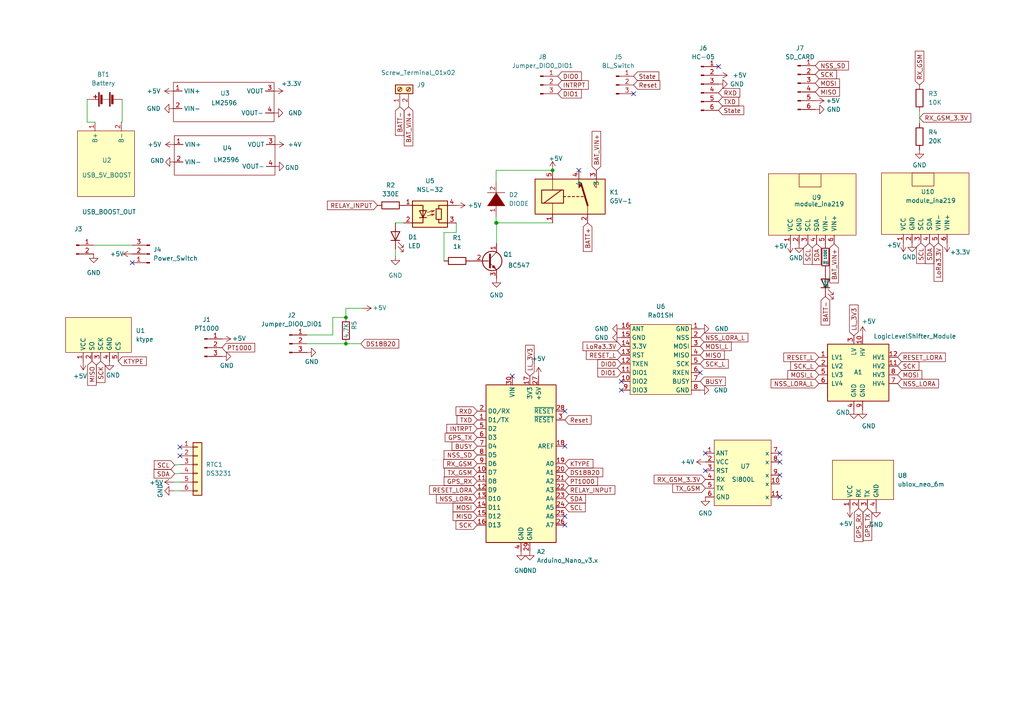
<source format=kicad_sch>
(kicad_sch (version 20211123) (generator eeschema)
  (paper "A4")
  (lib_symbols
    (symbol "5V_USB_BOOST:USB_5V_BOOST"
      (property "Reference" "U" (at -17.78 11.43 0))
      (property "Value" "USB_5V_BOOST" (at -11.43 13.97 0))
      (symbol "USB_5V_BOOST_0_1"
        (rectangle (start 0 0) (end 19.05 16.51) (fill (type background)))
      )
      (symbol "USB_5V_BOOST_1_1"
        (pin input line (at 21.59 11.43 180) (length 2.54) (name "B+") (number "1"))
        (pin input line (at 21.59 3.81 180) (length 2.54) (name "B-") (number "2"))
      )
    )
    (symbol "Charleslabs_Parts:LogicLevelShifter_Module" (pin_names (offset 1.016))
      (property "Reference" "A" (at -7.62 8.89 0))
      (property "Value" "LogicLevelShifter_Module" (at 15.24 8.89 0))
      (symbol "LogicLevelShifter_Module_0_1"
        (rectangle (start -8.89 7.62) (end 8.89 -8.89) (stroke (width 0.254)) (fill (type background)))
      )
      (symbol "LogicLevelShifter_Module_1_1"
        (pin bidirectional line (at -11.43 3.81 0) (length 2.54) (name "LV1") (number "1"))
        (pin power_in line (at 1.27 10.16 270) (length 2.54) (name "HV") (number "10"))
        (pin bidirectional line (at 11.43 1.27 180) (length 2.54) (name "HV2") (number "11"))
        (pin bidirectional line (at 11.43 3.81 180) (length 2.54) (name "HV1") (number "12"))
        (pin bidirectional line (at -11.43 1.27 0) (length 2.54) (name "LV2") (number "2"))
        (pin power_in line (at -1.27 10.16 270) (length 2.54) (name "LV") (number "3"))
        (pin power_in line (at -1.27 -11.43 90) (length 2.54) (name "GND") (number "4"))
        (pin bidirectional line (at -11.43 -1.27 0) (length 2.54) (name "LV3") (number "5"))
        (pin bidirectional line (at -11.43 -3.81 0) (length 2.54) (name "LV4") (number "6"))
        (pin bidirectional line (at 11.43 -3.81 180) (length 2.54) (name "HV4") (number "7"))
        (pin bidirectional line (at 11.43 -1.27 180) (length 2.54) (name "HV3") (number "8"))
        (pin power_in line (at 1.27 -11.43 90) (length 2.54) (name "GND") (number "9"))
      )
    )
    (symbol "Connector:Conn_01x02_Male" (pin_names (offset 1.016) hide)
      (property "Reference" "J" (at 0 2.54 0))
      (property "Value" "Conn_01x02_Male" (at 0 -5.08 0))
      (symbol "Conn_01x02_Male_1_1"
        (polyline (pts (xy 1.27 -2.54) (xy 0.8636 -2.54)) (stroke (width 0.1524)))
        (polyline (pts (xy 1.27 0) (xy 0.8636 0)) (stroke (width 0.1524)))
        (rectangle (start 0.8636 -2.413) (end 0 -2.667) (stroke (width 0.1524)) (fill (type outline)))
        (rectangle (start 0.8636 0.127) (end 0 -0.127) (stroke (width 0.1524)) (fill (type outline)))
        (pin passive line (at 5.08 0 180) (length 3.81) (name "Pin_1") (number "1"))
        (pin passive line (at 5.08 -2.54 180) (length 3.81) (name "Pin_2") (number "2"))
      )
    )
    (symbol "Connector:Conn_01x03_Male" (pin_names (offset 1.016) hide)
      (property "Reference" "J" (at 0 5.08 0))
      (property "Value" "Conn_01x03_Male" (at 0 -5.08 0))
      (symbol "Conn_01x03_Male_1_1"
        (polyline (pts (xy 1.27 -2.54) (xy 0.8636 -2.54)) (stroke (width 0.1524)))
        (polyline (pts (xy 1.27 0) (xy 0.8636 0)) (stroke (width 0.1524)))
        (polyline (pts (xy 1.27 2.54) (xy 0.8636 2.54)) (stroke (width 0.1524)))
        (rectangle (start 0.8636 -2.413) (end 0 -2.667) (stroke (width 0.1524)) (fill (type outline)))
        (rectangle (start 0.8636 0.127) (end 0 -0.127) (stroke (width 0.1524)) (fill (type outline)))
        (rectangle (start 0.8636 2.667) (end 0 2.413) (stroke (width 0.1524)) (fill (type outline)))
        (pin passive line (at 5.08 2.54 180) (length 3.81) (name "Pin_1") (number "1"))
        (pin passive line (at 5.08 0 180) (length 3.81) (name "Pin_2") (number "2"))
        (pin passive line (at 5.08 -2.54 180) (length 3.81) (name "Pin_3") (number "3"))
      )
    )
    (symbol "Connector:Conn_01x06_Male" (pin_names (offset 1.016) hide)
      (property "Reference" "J" (at 0 7.62 0))
      (property "Value" "Conn_01x06_Male" (at 0 -10.16 0))
      (symbol "Conn_01x06_Male_1_1"
        (polyline (pts (xy 1.27 -7.62) (xy 0.8636 -7.62)) (stroke (width 0.1524)))
        (polyline (pts (xy 1.27 -5.08) (xy 0.8636 -5.08)) (stroke (width 0.1524)))
        (polyline (pts (xy 1.27 -2.54) (xy 0.8636 -2.54)) (stroke (width 0.1524)))
        (polyline (pts (xy 1.27 0) (xy 0.8636 0)) (stroke (width 0.1524)))
        (polyline (pts (xy 1.27 2.54) (xy 0.8636 2.54)) (stroke (width 0.1524)))
        (polyline (pts (xy 1.27 5.08) (xy 0.8636 5.08)) (stroke (width 0.1524)))
        (rectangle (start 0.8636 -7.493) (end 0 -7.747) (stroke (width 0.1524)) (fill (type outline)))
        (rectangle (start 0.8636 -4.953) (end 0 -5.207) (stroke (width 0.1524)) (fill (type outline)))
        (rectangle (start 0.8636 -2.413) (end 0 -2.667) (stroke (width 0.1524)) (fill (type outline)))
        (rectangle (start 0.8636 0.127) (end 0 -0.127) (stroke (width 0.1524)) (fill (type outline)))
        (rectangle (start 0.8636 2.667) (end 0 2.413) (stroke (width 0.1524)) (fill (type outline)))
        (rectangle (start 0.8636 5.207) (end 0 4.953) (stroke (width 0.1524)) (fill (type outline)))
        (pin passive line (at 5.08 5.08 180) (length 3.81) (name "Pin_1") (number "1"))
        (pin passive line (at 5.08 2.54 180) (length 3.81) (name "Pin_2") (number "2"))
        (pin passive line (at 5.08 0 180) (length 3.81) (name "Pin_3") (number "3"))
        (pin passive line (at 5.08 -2.54 180) (length 3.81) (name "Pin_4") (number "4"))
        (pin passive line (at 5.08 -5.08 180) (length 3.81) (name "Pin_5") (number "5"))
        (pin passive line (at 5.08 -7.62 180) (length 3.81) (name "Pin_6") (number "6"))
      )
    )
    (symbol "Connector:Screw_Terminal_01x02" (pin_names (offset 1.016) hide)
      (property "Reference" "J" (at 0 2.54 0))
      (property "Value" "Screw_Terminal_01x02" (at 0 -5.08 0))
      (symbol "Screw_Terminal_01x02_1_1"
        (rectangle (start -1.27 1.27) (end 1.27 -3.81) (stroke (width 0.254)) (fill (type background)))
        (circle (center 0 -2.54) (radius 0.635) (stroke (width 0.1524)))
        (polyline (pts (xy -0.5334 -2.2098) (xy 0.3302 -3.048)) (stroke (width 0.1524)))
        (polyline (pts (xy -0.5334 0.3302) (xy 0.3302 -0.508)) (stroke (width 0.1524)))
        (polyline (pts (xy -0.3556 -2.032) (xy 0.508 -2.8702)) (stroke (width 0.1524)))
        (polyline (pts (xy -0.3556 0.508) (xy 0.508 -0.3302)) (stroke (width 0.1524)))
        (circle (center 0 0) (radius 0.635) (stroke (width 0.1524)))
        (pin passive line (at -5.08 0 0) (length 3.81) (name "Pin_1") (number "1"))
        (pin passive line (at -5.08 -2.54 0) (length 3.81) (name "Pin_2") (number "2"))
      )
    )
    (symbol "Connector_Generic:Conn_01x06" (pin_names (offset 1.016) hide)
      (property "Reference" "J" (at 0 7.62 0))
      (property "Value" "Conn_01x06" (at 0 -10.16 0))
      (symbol "Conn_01x06_1_1"
        (rectangle (start -1.27 -7.493) (end 0 -7.747) (stroke (width 0.1524)))
        (rectangle (start -1.27 -4.953) (end 0 -5.207) (stroke (width 0.1524)))
        (rectangle (start -1.27 -2.413) (end 0 -2.667) (stroke (width 0.1524)))
        (rectangle (start -1.27 0.127) (end 0 -0.127) (stroke (width 0.1524)))
        (rectangle (start -1.27 2.667) (end 0 2.413) (stroke (width 0.1524)))
        (rectangle (start -1.27 5.207) (end 0 4.953) (stroke (width 0.1524)))
        (rectangle (start -1.27 6.35) (end 1.27 -8.89) (stroke (width 0.254)) (fill (type background)))
        (pin passive line (at -5.08 5.08 0) (length 3.81) (name "Pin_1") (number "1"))
        (pin passive line (at -5.08 2.54 0) (length 3.81) (name "Pin_2") (number "2"))
        (pin passive line (at -5.08 0 0) (length 3.81) (name "Pin_3") (number "3"))
        (pin passive line (at -5.08 -2.54 0) (length 3.81) (name "Pin_4") (number "4"))
        (pin passive line (at -5.08 -5.08 0) (length 3.81) (name "Pin_5") (number "5"))
        (pin passive line (at -5.08 -7.62 0) (length 3.81) (name "Pin_6") (number "6"))
      )
    )
    (symbol "Device:Battery" (pin_numbers hide) (pin_names (offset 0) hide)
      (property "Reference" "BT" (at 2.54 2.54 0))
      (property "Value" "Battery" (at 2.54 0 0))
      (symbol "Battery_0_1"
        (rectangle (start -2.032 -1.397) (end 2.032 -1.651) (fill (type outline)))
        (rectangle (start -2.032 1.778) (end 2.032 1.524) (fill (type outline)))
        (rectangle (start -1.3208 -1.9812) (end 1.27 -2.4892) (fill (type outline)))
        (rectangle (start -1.3208 1.1938) (end 1.27 0.6858) (fill (type outline)))
        (polyline (pts (xy 0 -1.524) (xy 0 -1.27)))
        (polyline (pts (xy 0 -1.016) (xy 0 -0.762)))
        (polyline (pts (xy 0 -0.508) (xy 0 -0.254)))
        (polyline (pts (xy 0 0) (xy 0 0.254)))
        (polyline (pts (xy 0 0.508) (xy 0 0.762)))
        (polyline (pts (xy 0 1.778) (xy 0 2.54)))
        (polyline (pts (xy 0.254 2.667) (xy 1.27 2.667)) (stroke (width 0.254)))
        (polyline (pts (xy 0.762 3.175) (xy 0.762 2.159)) (stroke (width 0.254)))
      )
      (symbol "Battery_1_1"
        (pin passive line (at 0 5.08 270) (length 2.54) (name "+") (number "1"))
        (pin passive line (at 0 -5.08 90) (length 2.54) (name "-") (number "2"))
      )
    )
    (symbol "Device:LED" (pin_numbers hide) (pin_names (offset 1.016) hide)
      (property "Reference" "D" (at 0 2.54 0))
      (property "Value" "LED" (at 0 -2.54 0))
      (symbol "LED_0_1"
        (polyline (pts (xy -1.27 -1.27) (xy -1.27 1.27)) (stroke (width 0.254)))
        (polyline (pts (xy -1.27 0) (xy 1.27 0)))
        (polyline (pts (xy 1.27 -1.27) (xy 1.27 1.27) (xy -1.27 0) (xy 1.27 -1.27)) (stroke (width 0.254)))
        (polyline (pts (xy -3.048 -0.762) (xy -4.572 -2.286) (xy -3.81 -2.286) (xy -4.572 -2.286) (xy -4.572 -1.524)))
        (polyline (pts (xy -1.778 -0.762) (xy -3.302 -2.286) (xy -2.54 -2.286) (xy -3.302 -2.286) (xy -3.302 -1.524)))
      )
      (symbol "LED_1_1"
        (pin passive line (at -3.81 0 0) (length 2.54) (name "K") (number "1"))
        (pin passive line (at 3.81 0 180) (length 2.54) (name "A") (number "2"))
      )
    )
    (symbol "Device:R" (pin_numbers hide) (pin_names (offset 0))
      (property "Reference" "R" (at 2.032 0 90))
      (property "Value" "R" (at 0 0 90))
      (symbol "R_0_1"
        (rectangle (start -1.016 -2.54) (end 1.016 2.54) (stroke (width 0.254)))
      )
      (symbol "R_1_1"
        (pin passive line (at 0 3.81 270) (length 1.27) (name "~") (number "1"))
        (pin passive line (at 0 -3.81 90) (length 1.27) (name "~") (number "2"))
      )
    )
    (symbol "Isolator:NSL-32" (pin_names (offset 0.762) hide)
      (property "Reference" "U" (at 0 5.08 0))
      (property "Value" "NSL-32" (at 0 -5.08 0))
      (symbol "NSL-32_0_1"
        (rectangle (start -5.08 3.81) (end 5.08 -3.81) (stroke (width 0.254)) (fill (type background)))
        (polyline (pts (xy -5.08 2.54) (xy -2.54 2.54)) (stroke (width 0.254)))
        (polyline (pts (xy -2.794 -2.54) (xy -5.08 -2.54)) (stroke (width 0.254)))
        (polyline (pts (xy -1.016 -1.016) (xy -3.048 -1.016) (xy -3.048 -1.016)) (stroke (width 0.254)))
        (polyline (pts (xy -0.762 -0.508) (xy 1.27 0) (xy 1.27 0)))
        (polyline (pts (xy -0.762 0.508) (xy 1.27 1.016) (xy 1.27 1.016)))
        (polyline (pts (xy 2.54 -1.524) (xy 2.54 -2.54) (xy 5.08 -2.54)) (stroke (width 0.254)))
        (polyline (pts (xy 2.54 1.524) (xy 2.54 2.54) (xy 5.08 2.54)) (stroke (width 0.254)))
        (polyline (pts (xy -2.794 -2.54) (xy -2.032 -2.54) (xy -2.032 2.54) (xy -2.794 2.54)) (stroke (width 0.254)))
        (polyline (pts (xy 0.254 0) (xy 1.27 0) (xy 0.508 -0.508) (xy 0.508 -0.508)))
        (polyline (pts (xy 0.254 1.016) (xy 1.27 1.016) (xy 0.508 0.508) (xy 0.508 0.508)))
        (polyline (pts (xy -1.016 1.016) (xy -3.048 1.016) (xy -2.032 -1.016) (xy -1.016 1.016) (xy -1.016 1.016) (xy -1.016 1.016)) (stroke (width 0.254)))
        (rectangle (start 1.778 1.524) (end 3.302 -1.524) (stroke (width 0.254)))
      )
      (symbol "NSL-32_1_1"
        (pin passive line (at -7.62 2.54 0) (length 2.54) (name "A") (number "1"))
        (pin passive line (at -7.62 -2.54 0) (length 2.54) (name "K") (number "2"))
        (pin passive line (at 7.62 -2.54 180) (length 2.54) (name "R") (number "3"))
        (pin passive line (at 7.62 2.54 180) (length 2.54) (name "R") (number "4"))
      )
    )
    (symbol "LM2596:LM2596"
      (property "Reference" "U" (at 13.97 2.54 0))
      (property "Value" "LM2596" (at 13.97 6.35 0))
      (symbol "LM2596_0_1"
        (rectangle (start 0 0) (end 29.21 11.43))
      )
      (symbol "LM2596_1_1"
        (pin power_in line (at 0 8.89 0) (length 2.54) (name "VIN+") (number "1"))
        (pin power_in line (at 0 3.81 0) (length 2.54) (name "VIN-") (number "2"))
        (pin power_out line (at 29.21 8.89 180) (length 2.54) (name "VOUT") (number "3"))
        (pin power_out line (at 29.21 2.54 180) (length 2.54) (name "VOUT-") (number "4"))
      )
    )
    (symbol "LoRa:Ra01SH"
      (property "Reference" "U" (at 8.89 22.86 0))
      (property "Value" "Ra01SH" (at 13.97 21.59 0))
      (symbol "Ra01SH_0_1"
        (rectangle (start 0 20.32) (end 17.78 0) (fill (type background)))
      )
      (symbol "Ra01SH_1_1"
        (pin output line (at 20.32 19.05 180) (length 2.54) (name "GND") (number "1"))
        (pin output line (at -2.54 3.81 0) (length 2.54) (name "DIO2") (number "10"))
        (pin output line (at -2.54 6.35 0) (length 2.54) (name "DIO1") (number "11"))
        (pin output line (at -2.54 8.89 0) (length 2.54) (name "TXEN") (number "12"))
        (pin output line (at -2.54 11.43 0) (length 2.54) (name "RST") (number "13"))
        (pin output line (at -2.54 13.97 0) (length 2.54) (name "3.3V") (number "14"))
        (pin output line (at -2.54 16.51 0) (length 2.54) (name "GND") (number "15"))
        (pin output line (at -2.54 19.05 0) (length 2.54) (name "ANT") (number "16"))
        (pin output line (at 20.32 16.51 180) (length 2.54) (name "NSS") (number "2"))
        (pin output line (at 20.32 13.97 180) (length 2.54) (name "MOSI") (number "3"))
        (pin output line (at 20.32 11.43 180) (length 2.54) (name "MISO") (number "4"))
        (pin output line (at 20.32 8.89 180) (length 2.54) (name "SCK") (number "5"))
        (pin output line (at 20.32 6.35 180) (length 2.54) (name "RXEN") (number "6"))
        (pin output line (at 20.32 3.81 180) (length 2.54) (name "BUSY") (number "7"))
        (pin output line (at 20.32 1.27 180) (length 2.54) (name "GND") (number "8"))
        (pin output line (at -2.54 1.27 0) (length 2.54) (name "DIO3") (number "9"))
      )
    )
    (symbol "MCU_Module:Arduino_Nano_v3.x"
      (property "Reference" "A" (at -10.16 23.495 0))
      (property "Value" "Arduino_Nano_v3.x" (at 5.08 -24.13 0))
      (symbol "Arduino_Nano_v3.x_0_1"
        (rectangle (start -10.16 22.86) (end 10.16 -22.86) (stroke (width 0.254)) (fill (type background)))
      )
      (symbol "Arduino_Nano_v3.x_1_1"
        (pin bidirectional line (at -12.7 12.7 0) (length 2.54) (name "D1/TX") (number "1"))
        (pin bidirectional line (at -12.7 -2.54 0) (length 2.54) (name "D7") (number "10"))
        (pin bidirectional line (at -12.7 -5.08 0) (length 2.54) (name "D8") (number "11"))
        (pin bidirectional line (at -12.7 -7.62 0) (length 2.54) (name "D9") (number "12"))
        (pin bidirectional line (at -12.7 -10.16 0) (length 2.54) (name "D10") (number "13"))
        (pin bidirectional line (at -12.7 -12.7 0) (length 2.54) (name "D11") (number "14"))
        (pin bidirectional line (at -12.7 -15.24 0) (length 2.54) (name "D12") (number "15"))
        (pin bidirectional line (at -12.7 -17.78 0) (length 2.54) (name "D13") (number "16"))
        (pin power_out line (at 2.54 25.4 270) (length 2.54) (name "3V3") (number "17"))
        (pin input line (at 12.7 5.08 180) (length 2.54) (name "AREF") (number "18"))
        (pin bidirectional line (at 12.7 0 180) (length 2.54) (name "A0") (number "19"))
        (pin bidirectional line (at -12.7 15.24 0) (length 2.54) (name "D0/RX") (number "2"))
        (pin bidirectional line (at 12.7 -2.54 180) (length 2.54) (name "A1") (number "20"))
        (pin bidirectional line (at 12.7 -5.08 180) (length 2.54) (name "A2") (number "21"))
        (pin bidirectional line (at 12.7 -7.62 180) (length 2.54) (name "A3") (number "22"))
        (pin bidirectional line (at 12.7 -10.16 180) (length 2.54) (name "A4") (number "23"))
        (pin bidirectional line (at 12.7 -12.7 180) (length 2.54) (name "A5") (number "24"))
        (pin bidirectional line (at 12.7 -15.24 180) (length 2.54) (name "A6") (number "25"))
        (pin bidirectional line (at 12.7 -17.78 180) (length 2.54) (name "A7") (number "26"))
        (pin power_out line (at 5.08 25.4 270) (length 2.54) (name "+5V") (number "27"))
        (pin input line (at 12.7 15.24 180) (length 2.54) (name "~{RESET}") (number "28"))
        (pin power_in line (at 2.54 -25.4 90) (length 2.54) (name "GND") (number "29"))
        (pin input line (at 12.7 12.7 180) (length 2.54) (name "~{RESET}") (number "3"))
        (pin power_in line (at -2.54 25.4 270) (length 2.54) (name "VIN") (number "30"))
        (pin power_in line (at 0 -25.4 90) (length 2.54) (name "GND") (number "4"))
        (pin bidirectional line (at -12.7 10.16 0) (length 2.54) (name "D2") (number "5"))
        (pin bidirectional line (at -12.7 7.62 0) (length 2.54) (name "D3") (number "6"))
        (pin bidirectional line (at -12.7 5.08 0) (length 2.54) (name "D4") (number "7"))
        (pin bidirectional line (at -12.7 2.54 0) (length 2.54) (name "D5") (number "8"))
        (pin bidirectional line (at -12.7 0 0) (length 2.54) (name "D6") (number "9"))
      )
    )
    (symbol "Relay:G5V-1"
      (property "Reference" "K1" (at 11.43 1.2701 0))
      (property "Value" "G5V-1" (at 11.43 -1.2699 0))
      (symbol "G5V-1_0_0"
        (polyline (pts (xy 7.62 5.08) (xy 7.62 2.54) (xy 6.985 3.175) (xy 7.62 3.81)))
      )
      (symbol "G5V-1_0_1"
        (rectangle (start -10.16 5.08) (end 10.16 -5.08) (stroke (width 0.254)) (fill (type background)))
        (rectangle (start -8.255 1.905) (end -1.905 -1.905) (stroke (width 0.254)))
        (polyline (pts (xy -7.62 -1.905) (xy -2.54 1.905)) (stroke (width 0.254)))
        (polyline (pts (xy -5.08 -5.08) (xy -5.08 -1.905)))
        (polyline (pts (xy -5.08 5.08) (xy -5.08 1.905)))
        (polyline (pts (xy -1.905 0) (xy -1.27 0)) (stroke (width 0.254)))
        (polyline (pts (xy -0.635 0) (xy 0 0)) (stroke (width 0.254)))
        (polyline (pts (xy 0.635 0) (xy 1.27 0)) (stroke (width 0.254)))
        (polyline (pts (xy 1.905 0) (xy 2.54 0)) (stroke (width 0.254)))
        (polyline (pts (xy 3.175 0) (xy 3.81 0)) (stroke (width 0.254)))
        (polyline (pts (xy 5.08 -2.54) (xy 3.175 3.81)) (stroke (width 0.508)))
        (polyline (pts (xy 5.08 -2.54) (xy 5.08 -5.08)))
        (polyline (pts (xy 2.54 5.08) (xy 2.54 2.54) (xy 3.175 3.175) (xy 2.54 3.81)) (fill (type outline)))
      )
      (symbol "G5V-1_1_1"
        (pin passive line (at -5.08 -7.62 90) (length 2.54) (name "~") (number "1"))
        (pin passive line (at 5.08 -7.62 90) (length 2.54) (name "~") (number "2"))
        (pin passive line (at 7.62 7.62 270) (length 2.54) (name "3") (number "3"))
        (pin passive line (at 2.54 7.62 270) (length 2.54) (name "4") (number "4"))
        (pin passive line (at -5.08 7.62 270) (length 2.54) (name "~") (number "5"))
        (pin passive line (at 5.08 -7.62 90) (length 2.54) hide (name "~") (number "6"))
      )
    )
    (symbol "SIM800:SI800L"
      (property "Reference" "U7" (at 7.62 11.43 0))
      (property "Value" "SI800L" (at 5.08 7.62 0))
      (symbol "SI800L_0_1"
        (rectangle (start 0 19.05) (end 16.51 0) (fill (type background)))
      )
      (symbol "SI800L_1_1"
        (pin output line (at -2.54 15.24 0) (length 2.54) (name "ANT") (number "1"))
        (pin input line (at 19.05 6.35 180) (length 2.54) (name "x") (number "10"))
        (pin input line (at 19.05 2.54 180) (length 2.54) (name "x") (number "11"))
        (pin power_in line (at -2.54 12.7 0) (length 2.54) (name "VCC") (number "2"))
        (pin input line (at -2.54 10.16 0) (length 2.54) (name "RST") (number "3"))
        (pin input line (at -2.54 7.62 0) (length 2.54) (name "RX") (number "4"))
        (pin input line (at -2.54 5.08 0) (length 2.54) (name "TX") (number "5"))
        (pin power_in line (at -2.54 2.54 0) (length 2.54) (name "GND") (number "6"))
        (pin input line (at 19.05 15.24 180) (length 2.54) (name "x") (number "7"))
        (pin input line (at 19.05 12.7 180) (length 2.54) (name "x") (number "8"))
        (pin input line (at 19.05 8.89 180) (length 2.54) (name "x") (number "9"))
      )
    )
    (symbol "Thermocouple:ktype"
      (property "Reference" "U?" (at 20.447 6.3501 0))
      (property "Value" "ktype" (at 20.447 3.8101 0))
      (symbol "ktype_0_1"
        (rectangle (start 0 10.16) (end 19.05 0) (fill (type background)))
      )
      (symbol "ktype_1_1"
        (pin power_in line (at 5.08 -2.54 90) (length 2.54) (name "VCC") (number "1"))
        (pin output line (at 7.62 -2.54 90) (length 2.54) (name "SO") (number "2"))
        (pin input line (at 10.16 -2.54 90) (length 2.54) (name "SCK") (number "3"))
        (pin input line (at 12.7 -2.54 90) (length 2.54) (name "GND") (number "4"))
        (pin input line (at 15.24 -2.54 90) (length 2.54) (name "CS") (number "5"))
      )
    )
    (symbol "Transistor_BJT:BC547" (pin_names (offset 0) hide)
      (property "Reference" "Q" (at 5.08 1.905 0))
      (property "Value" "BC547" (at 5.08 0 0))
      (symbol "BC547_0_1"
        (polyline (pts (xy 0 0) (xy 0.635 0)))
        (polyline (pts (xy 0.635 0.635) (xy 2.54 2.54)))
        (polyline (pts (xy 0.635 -0.635) (xy 2.54 -2.54) (xy 2.54 -2.54)))
        (polyline (pts (xy 0.635 1.905) (xy 0.635 -1.905) (xy 0.635 -1.905)) (stroke (width 0.508)))
        (polyline (pts (xy 1.27 -1.778) (xy 1.778 -1.27) (xy 2.286 -2.286) (xy 1.27 -1.778) (xy 1.27 -1.778)) (fill (type outline)))
        (circle (center 1.27 0) (radius 2.8194) (stroke (width 0.254)))
      )
      (symbol "BC547_1_1"
        (pin passive line (at 2.54 5.08 270) (length 2.54) (name "C") (number "1"))
        (pin input line (at -5.08 0 0) (length 5.08) (name "B") (number "2"))
        (pin passive line (at 2.54 -5.08 90) (length 2.54) (name "E") (number "3"))
      )
    )
    (symbol "Ublox_Neo_6m:ublox_neo_6m"
      (property "Reference" "U" (at -6.35 3.81 0))
      (property "Value" "ublox_neo_6m" (at -7.62 6.35 0))
      (symbol "ublox_neo_6m_0_1"
        (rectangle (start 0 11.43) (end 17.78 0) (fill (type background)))
      )
      (symbol "ublox_neo_6m_1_1"
        (pin power_in line (at 5.08 -2.54 90) (length 2.54) (name "VCC") (number "1"))
        (pin output line (at 7.62 -2.54 90) (length 2.54) (name "RX") (number "2"))
        (pin output line (at 10.16 -2.54 90) (length 2.54) (name "TX") (number "3"))
        (pin power_in line (at 12.7 -2.54 90) (length 2.54) (name "GND") (number "4"))
      )
    )
    (symbol "power:+3.3V" (power) (pin_names (offset 0))
      (property "Value" "+3.3V" (at 0 3.556 0))
      (symbol "+3.3V_0_1"
        (polyline (pts (xy -0.762 1.27) (xy 0 2.54)))
        (polyline (pts (xy 0 0) (xy 0 2.54)))
        (polyline (pts (xy 0 2.54) (xy 0.762 1.27)))
      )
      (symbol "+3.3V_1_1"
        (pin power_in line (at 0 0 90) (length 0) hide (name "+3.3V") (number "1"))
      )
    )
    (symbol "power:+4V" (power) (pin_names (offset 0))
      (property "Value" "+4V" (at 0 3.556 0))
      (symbol "+4V_0_1"
        (polyline (pts (xy -0.762 1.27) (xy 0 2.54)))
        (polyline (pts (xy 0 0) (xy 0 2.54)))
        (polyline (pts (xy 0 2.54) (xy 0.762 1.27)))
      )
      (symbol "+4V_1_1"
        (pin power_in line (at 0 0 90) (length 0) hide (name "+4V") (number "1"))
      )
    )
    (symbol "power:+5V" (power) (pin_names (offset 0))
      (property "Value" "+5V" (at 0 3.556 0))
      (symbol "+5V_0_1"
        (polyline (pts (xy -0.762 1.27) (xy 0 2.54)))
        (polyline (pts (xy 0 0) (xy 0 2.54)))
        (polyline (pts (xy 0 2.54) (xy 0.762 1.27)))
      )
      (symbol "+5V_1_1"
        (pin power_in line (at 0 0 90) (length 0) hide (name "+5V") (number "1"))
      )
    )
    (symbol "power:GND" (power) (pin_names (offset 0))
      (property "Value" "GND" (at 0 -3.81 0))
      (symbol "GND_0_1"
        (polyline (pts (xy 0 0) (xy 0 -1.27) (xy 1.27 -1.27) (xy 0 -2.54) (xy -1.27 -1.27) (xy 0 -1.27)))
      )
      (symbol "GND_1_1"
        (pin power_in line (at 0 0 270) (length 0) hide (name "GND") (number "1"))
      )
    )
    (symbol "pspice:DIODE" (pin_names (offset 1.016) hide)
      (property "Reference" "D" (at 0 3.81 0))
      (property "Value" "DIODE" (at 0 -4.445 0))
      (symbol "DIODE_0_1"
        (polyline (pts (xy 1.905 2.54) (xy 1.905 -2.54)))
        (polyline (pts (xy -1.905 2.54) (xy -1.905 -2.54) (xy 1.905 0)) (fill (type outline)))
      )
      (symbol "DIODE_1_1"
        (pin input line (at -5.08 0 0) (length 3.81) (name "K") (number "1"))
        (pin input line (at 5.08 0 180) (length 3.81) (name "A") (number "2"))
      )
    )
    (symbol "usini_sensors:module_ina219" (pin_names (offset 1.016))
      (property "Reference" "U" (at 2.54 12.7 0))
      (property "Value" "module_ina219" (at 10.16 -15.24 0))
      (symbol "module_ina219_0_1"
        (rectangle (start 2.54 11.43) (end 20.32 -13.97) (fill (type background)))
        (rectangle (start 20.32 2.54) (end 16.51 -3.81))
      )
      (symbol "module_ina219_1_1"
        (pin input line (at 0 5.08 0) (length 2.54) (name "VCC") (number "1"))
        (pin input line (at 0 2.54 0) (length 2.54) (name "GND") (number "2"))
        (pin input line (at 0 0 0) (length 2.54) (name "SCL") (number "3"))
        (pin input line (at 0 -2.54 0) (length 2.54) (name "SDA") (number "4"))
        (pin input line (at 0 -5.08 0) (length 2.54) (name "VIN-") (number "5"))
        (pin input line (at 0 -7.62 0) (length 2.54) (name "VIN+") (number "6"))
      )
    )
  )
  (junction (at 100.33 99.695))
  (junction (at 143.891 64.643))
  (junction (at 100.33 92.075))
  (junction (at 160.274 49.403))
  (junction (at 144.018 64.643))
  (no_connect (at 148.59 109.093))
  (no_connect (at 226.187 131.445))
  (no_connect (at 226.187 133.985))
  (no_connect (at 226.187 137.795))
  (no_connect (at 226.187 144.145))
  (no_connect (at 180.213 110.617))
  (no_connect (at 183.769 27.178))
  (no_connect (at 204.597 136.525))
  (no_connect (at 163.83 119.253))
  (no_connect (at 203.073 108.077))
  (no_connect (at 163.83 152.273))
  (no_connect (at 208.407 19.304))
  (no_connect (at 204.597 131.445))
  (no_connect (at 180.213 113.157))
  (no_connect (at 163.83 129.413))
  (no_connect (at 38.354 76.2))
  (no_connect (at 52.197 132.207))
  (no_connect (at 52.197 129.667))
  (no_connect (at 163.83 149.733))
  (no_connect (at 167.894 49.403))
  (wire (pts (xy 100.33 92.075) (xy 100.33 89.408)))
  (wire (pts (xy 114.681 64.643) (xy 117.094 64.643)))
  (wire (pts (xy 25.273 35.433) (xy 27.559 35.433)))
  (wire (pts (xy 50.673 134.874) (xy 52.197 134.747)))
  (wire (pts (xy 128.778 67.437) (xy 132.334 67.437)))
  (wire (pts (xy 25.273 28.829) (xy 25.273 35.433)))
  (wire (pts (xy 247.65 97.409) (xy 247.65 97.282)))
  (wire (pts (xy 143.891 64.643) (xy 144.018 64.643)))
  (wire (pts (xy 266.7 35.814) (xy 266.7 32.258)))
  (wire (pts (xy 144.018 64.643) (xy 160.274 64.643)))
  (wire (pts (xy 132.334 67.437) (xy 132.334 64.643)))
  (wire (pts (xy 144.018 70.612) (xy 144.018 64.643)))
  (wire (pts (xy 114.681 74.295) (xy 114.681 72.263)))
  (wire (pts (xy 27.178 71.12) (xy 38.354 71.12)))
  (wire (pts (xy 100.33 92.075) (xy 96.52 92.075)))
  (wire (pts (xy 160.274 49.403) (xy 143.891 49.403)))
  (wire (pts (xy 128.778 75.692) (xy 128.778 67.437)))
  (wire (pts (xy 96.52 97.155) (xy 89.027 97.155)))
  (wire (pts (xy 100.33 99.695) (xy 89.027 99.695)))
  (wire (pts (xy 50.292 142.367) (xy 52.197 142.367)))
  (wire (pts (xy 35.433 28.829) (xy 35.433 35.433)))
  (wire (pts (xy 100.33 89.408) (xy 105.156 89.408)))
  (wire (pts (xy 143.891 62.865) (xy 143.891 64.643)))
  (wire (pts (xy 35.433 35.433) (xy 35.179 35.433)))
  (wire (pts (xy 96.52 92.075) (xy 96.52 97.155)))
  (wire (pts (xy 143.891 49.403) (xy 143.891 52.705)))
  (wire (pts (xy 104.648 99.695) (xy 100.33 99.695)))
  (wire (pts (xy 50.292 139.827) (xy 52.197 139.827)))
  (wire (pts (xy 50.673 137.414) (xy 52.197 137.287)))
  (global_label "MOSI" (shape input) (at 138.43 147.193 180) (property "Intersheet References" "${INTERSHEET_REFS}" (effects hide)))
  (global_label "RX_GSM" (shape input) (at 266.7 24.638 90) (property "Intersheet References" "${INTERSHEET_REFS}" (effects hide)))
  (global_label "BATT-" (shape input) (at 239.395 85.979 270) (property "Intersheet References" "${INTERSHEET_REFS}" (effects hide)))
  (global_label "KTYPE" (shape input) (at 34.29 104.775 0) (property "Intersheet References" "${INTERSHEET_REFS}" (effects hide)))
  (global_label "GPS_TX" (shape input) (at 251.587 147.447 270) (property "Intersheet References" "${INTERSHEET_REFS}" (effects hide)))
  (global_label "PT1000" (shape input) (at 64.389 100.838 0) (property "Intersheet References" "${INTERSHEET_REFS}" (effects hide)))
  (global_label "RESET_LORA" (shape input) (at 260.35 103.632 0) (property "Intersheet References" "${INTERSHEET_REFS}" (effects hide)))
  (global_label "RELAY_INPUT" (shape input) (at 163.83 142.113 0) (property "Intersheet References" "${INTERSHEET_REFS}" (effects hide)))
  (global_label "DIO1" (shape input) (at 180.213 108.077 180) (property "Intersheet References" "${INTERSHEET_REFS}" (effects hide)))
  (global_label "SCK" (shape input) (at 138.43 152.273 180) (property "Intersheet References" "${INTERSHEET_REFS}" (effects hide)))
  (global_label "NSS_LORA" (shape input) (at 260.35 111.252 0) (property "Intersheet References" "${INTERSHEET_REFS}" (effects hide)))
  (global_label "MISO" (shape input) (at 26.67 104.775 270) (property "Intersheet References" "${INTERSHEET_REFS}" (effects hide)))
  (global_label "SDA" (shape input) (at 163.83 144.653 0) (property "Intersheet References" "${INTERSHEET_REFS}" (effects hide)))
  (global_label "KTYPE" (shape input) (at 163.83 134.493 0) (property "Intersheet References" "${INTERSHEET_REFS}" (effects hide)))
  (global_label "NSS_LORA" (shape input) (at 138.43 144.653 180) (property "Intersheet References" "${INTERSHEET_REFS}" (effects hide)))
  (global_label "DIO0" (shape input) (at 161.798 22.098 0) (property "Intersheet References" "${INTERSHEET_REFS}" (effects hide)))
  (global_label "LoRa3.3V" (shape input) (at 272.161 70.485 270) (property "Intersheet References" "${INTERSHEET_REFS}" (effects hide)))
  (global_label "SCK_L" (shape input) (at 203.073 105.537 0) (property "Intersheet References" "${INTERSHEET_REFS}" (effects hide)))
  (global_label "RESET_L" (shape input) (at 180.213 102.997 180) (property "Intersheet References" "${INTERSHEET_REFS}" (effects hide)))
  (global_label "DS18B20" (shape input) (at 163.83 137.033 0) (property "Intersheet References" "${INTERSHEET_REFS}" (effects hide)))
  (global_label "RXD" (shape input) (at 208.407 26.924 0) (property "Intersheet References" "${INTERSHEET_REFS}" (effects hide)))
  (global_label "RESET_L" (shape input) (at 237.49 103.632 180) (property "Intersheet References" "${INTERSHEET_REFS}" (effects hide)))
  (global_label "GPS_TX" (shape input) (at 138.43 126.873 180) (property "Intersheet References" "${INTERSHEET_REFS}" (effects hide)))
  (global_label "MOSI_L" (shape input) (at 203.073 100.457 0) (property "Intersheet References" "${INTERSHEET_REFS}" (effects hide)))
  (global_label "RX_GSM" (shape input) (at 138.43 134.493 180) (property "Intersheet References" "${INTERSHEET_REFS}" (effects hide)))
  (global_label "DIO1" (shape input) (at 161.798 27.178 0) (property "Intersheet References" "${INTERSHEET_REFS}" (effects hide)))
  (global_label "TX_GSM" (shape input) (at 204.597 141.605 180) (property "Intersheet References" "${INTERSHEET_REFS}" (effects hide)))
  (global_label "NSS_LORA_L" (shape input) (at 237.49 111.252 180) (property "Intersheet References" "${INTERSHEET_REFS}" (effects hide)))
  (global_label "SCL" (shape input) (at 50.673 134.874 180) (property "Intersheet References" "${INTERSHEET_REFS}" (effects hide)))
  (global_label "SCK_L" (shape input) (at 237.49 106.172 180) (property "Intersheet References" "${INTERSHEET_REFS}" (effects hide)))
  (global_label "NSS_SD" (shape input) (at 138.43 131.953 180) (property "Intersheet References" "${INTERSHEET_REFS}" (effects hide)))
  (global_label "DS18B20" (shape input) (at 104.648 99.695 0) (property "Intersheet References" "${INTERSHEET_REFS}" (effects hide)))
  (global_label "SDA" (shape input) (at 269.621 70.485 270) (property "Intersheet References" "${INTERSHEET_REFS}" (effects hide)))
  (global_label "TXD" (shape input) (at 208.407 29.464 0) (property "Intersheet References" "${INTERSHEET_REFS}" (effects hide)))
  (global_label "MISO" (shape input) (at 138.43 149.733 180) (property "Intersheet References" "${INTERSHEET_REFS}" (effects hide)))
  (global_label "BUSY" (shape input) (at 203.073 110.617 0) (property "Intersheet References" "${INTERSHEET_REFS}" (effects hide)))
  (global_label "SCK" (shape input) (at 260.35 106.172 0) (property "Intersheet References" "${INTERSHEET_REFS}" (effects hide)))
  (global_label "LL_3V3" (shape input) (at 247.65 97.409 90) (property "Intersheet References" "${INTERSHEET_REFS}" (effects hide)))
  (global_label "Reset" (shape input) (at 163.83 121.793 0) (property "Intersheet References" "${INTERSHEET_REFS}" (effects hide)))
  (global_label "SDA" (shape input) (at 236.855 70.739 270) (property "Intersheet References" "${INTERSHEET_REFS}" (effects hide)))
  (global_label "RELAY_INPUT" (shape input) (at 109.474 59.563 180) (property "Intersheet References" "${INTERSHEET_REFS}" (effects hide)))
  (global_label "SCL" (shape input) (at 163.83 147.193 0) (property "Intersheet References" "${INTERSHEET_REFS}" (effects hide)))
  (global_label "MISO" (shape input) (at 203.073 102.997 0) (property "Intersheet References" "${INTERSHEET_REFS}" (effects hide)))
  (global_label "INTRPT" (shape input) (at 161.798 24.638 0) (property "Intersheet References" "${INTERSHEET_REFS}" (effects hide)))
  (global_label "RX_GSM_3.3V" (shape input) (at 266.7 34.163 0) (property "Intersheet References" "${INTERSHEET_REFS}" (effects hide)))
  (global_label "SCK" (shape input) (at 236.474 21.59 0) (property "Intersheet References" "${INTERSHEET_REFS}" (effects hide)))
  (global_label "RESET_LORA" (shape input) (at 138.43 142.113 180) (property "Intersheet References" "${INTERSHEET_REFS}" (effects hide)))
  (global_label "MISO" (shape input) (at 236.474 26.67 0) (property "Intersheet References" "${INTERSHEET_REFS}" (effects hide)))
  (global_label "SDA" (shape input) (at 50.673 137.414 180) (property "Intersheet References" "${INTERSHEET_REFS}" (effects hide)))
  (global_label "State" (shape input) (at 208.407 32.004 0) (property "Intersheet References" "${INTERSHEET_REFS}" (effects hide)))
  (global_label "MOSI" (shape input) (at 236.474 24.13 0) (property "Intersheet References" "${INTERSHEET_REFS}" (effects hide)))
  (global_label "MOSI_L" (shape input) (at 237.49 108.712 180) (property "Intersheet References" "${INTERSHEET_REFS}" (effects hide)))
  (global_label "RXD" (shape input) (at 138.43 119.253 180) (property "Intersheet References" "${INTERSHEET_REFS}" (effects hide)))
  (global_label "BATT-" (shape input) (at 115.951 30.988 270) (property "Intersheet References" "${INTERSHEET_REFS}" (effects hide)))
  (global_label "BAT_VIN+" (shape input) (at 172.974 49.403 90) (property "Intersheet References" "${INTERSHEET_REFS}" (effects hide)))
  (global_label "BAT_VIN+" (shape input) (at 118.491 30.988 270) (property "Intersheet References" "${INTERSHEET_REFS}" (effects hide)))
  (global_label "GPS_RX" (shape input) (at 138.43 139.573 180) (property "Intersheet References" "${INTERSHEET_REFS}" (effects hide)))
  (global_label "TXD" (shape input) (at 138.43 121.793 180) (property "Intersheet References" "${INTERSHEET_REFS}" (effects hide)))
  (global_label "SCL" (shape input) (at 234.315 70.739 270) (property "Intersheet References" "${INTERSHEET_REFS}" (effects hide)))
  (global_label "TX_GSM" (shape input) (at 138.43 137.033 180) (property "Intersheet References" "${INTERSHEET_REFS}" (effects hide)))
  (global_label "DIO0" (shape input) (at 180.213 105.537 180) (property "Intersheet References" "${INTERSHEET_REFS}" (effects hide)))
  (global_label "GPS_RX" (shape input) (at 249.047 147.447 270) (property "Intersheet References" "${INTERSHEET_REFS}" (effects hide)))
  (global_label "PT1000" (shape input) (at 163.83 139.573 0) (property "Intersheet References" "${INTERSHEET_REFS}" (effects hide)))
  (global_label "LL_3V3" (shape input) (at 153.67 109.093 90) (property "Intersheet References" "${INTERSHEET_REFS}" (effects hide)))
  (global_label "LoRa3.3V" (shape input) (at 180.213 100.457 180) (property "Intersheet References" "${INTERSHEET_REFS}" (effects hide)))
  (global_label "SCL" (shape input) (at 267.081 70.485 270) (property "Intersheet References" "${INTERSHEET_REFS}" (effects hide)))
  (global_label "MOSI" (shape input) (at 260.35 108.712 0) (property "Intersheet References" "${INTERSHEET_REFS}" (effects hide)))
  (global_label "Reset" (shape input) (at 183.769 24.638 0) (property "Intersheet References" "${INTERSHEET_REFS}" (effects hide)))
  (global_label "NSS_LORA_L" (shape input) (at 203.073 97.917 0) (property "Intersheet References" "${INTERSHEET_REFS}" (effects hide)))
  (global_label "INTRPT" (shape input) (at 138.43 124.333 180) (property "Intersheet References" "${INTERSHEET_REFS}" (effects hide)))
  (global_label "SCK" (shape input) (at 29.21 104.775 270) (property "Intersheet References" "${INTERSHEET_REFS}" (effects hide)))
  (global_label "BAT_VIN+" (shape input) (at 241.935 70.739 270) (property "Intersheet References" "${INTERSHEET_REFS}" (effects hide)))
  (global_label "NSS_SD" (shape input) (at 236.474 19.05 0) (property "Intersheet References" "${INTERSHEET_REFS}" (effects hide)))
  (global_label "State" (shape input) (at 183.769 22.098 0) (property "Intersheet References" "${INTERSHEET_REFS}" (effects hide)))
  (global_label "RX_GSM_3.3V" (shape input) (at 204.597 139.065 180) (property "Intersheet References" "${INTERSHEET_REFS}" (effects hide)))
  (global_label "BUSY" (shape input) (at 138.43 129.413 180) (property "Intersheet References" "${INTERSHEET_REFS}" (effects hide)))
  (global_label "BATT+" (shape input) (at 170.434 64.643 270) (property "Intersheet References" "${INTERSHEET_REFS}" (effects hide)))
  (symbol (lib_id "power:+5V") (at 250.19 97.282 0) (unit 1)
    (property "Reference" "#PWR0137" (effects hide))
    (property "Value" "+5V" (at 251.968 93.218 0))
  )
  (symbol (lib_id "power:+5V") (at 38.354 73.66 90) (unit 1)
    (property "Reference" "#PWR0107" (effects hide))
    (property "Value" "+5V" (at 31.877 73.66 90) (effects (justify right)))
  )
  (symbol (lib_id "power:GND") (at 204.597 144.145 0) (unit 1)
    (property "Reference" "#PWR0119" (effects hide))
    (property "Value" "GND" (at 204.597 148.844 0))
  )
  (symbol (lib_id "power:+5V") (at 64.389 98.298 270) (unit 1)
    (property "Reference" "#PWR0116" (effects hide))
    (property "Value" "+5V" (at 71.374 98.171 90) (effects (justify right)))
  )
  (symbol (lib_id "Device:R") (at 113.284 59.563 90) (unit 1)
    (property "Reference" "R2" (at 113.284 53.721 90))
    (property "Value" "330E" (at 113.284 56.261 90))
    (property "Footprint" "Resistor_THT:R_Axial_DIN0411_L9.9mm_D3.6mm_P7.62mm_Vertical" (effects hide))
  )
  (symbol (lib_id "power:+5V") (at 208.407 21.844 270) (unit 1)
    (property "Reference" "#PWR0133" (effects hide))
    (property "Value" "+5V" (at 212.471 21.8439 90) (effects (justify left)))
  )
  (symbol (lib_id "Connector:Conn_01x03_Male") (at 83.947 99.695 0) (unit 1)
    (property "Reference" "J2" (at 84.582 91.44 0))
    (property "Value" "Jumper_DIO0_DIO1" (at 84.582 93.98 0))
    (property "Footprint" "Connector_PinHeader_2.54mm:PinHeader_1x03_P2.54mm_Vertical" (effects hide))
  )
  (symbol (lib_id "power:+5V") (at 132.334 59.563 270) (unit 1)
    (property "Reference" "#PWR0140" (effects hide))
    (property "Value" "+5V" (at 135.636 59.5629 90) (effects (justify left)))
  )
  (symbol (lib_id "Relay:G5V-1") (at 165.354 57.023 0) (unit 1)
    (property "Reference" "K1" (at 176.784 55.7529 0) (effects (justify left)))
    (property "Value" "G5V-1" (at 176.784 58.2929 0) (effects (justify left)))
    (property "Footprint" "RELAY:Relay_SPDT_SANYOU_SRD_Series_Form_C" (effects hide))
    (property "Datasheet" "http://omronfs.omron.com/en_US/ecb/products/pdf/en-g5v_1.pdf" (effects hide))
  )
  (symbol (lib_id "MCU_Module:Arduino_Nano_v3.x") (at 151.13 134.493 0) (unit 1)
    (property "Reference" "A2" (at 155.6894 160.02 0) (effects (justify left)))
    (property "Value" "Arduino_Nano_v3.x" (at 155.6894 162.56 0) (effects (justify left)))
    (property "Footprint" "Module:Arduino_Nano" (effects hide))
    (property "Datasheet" "http://www.mouser.com/pdfdocs/Gravitech_Arduino_Nano3_0.pdf" (effects hide))
  )
  (symbol (lib_id "power:GND") (at 203.073 113.157 90) (unit 1)
    (property "Reference" "#PWR0125" (effects hide))
    (property "Value" "GND" (at 207.01 113.1569 90) (effects (justify right)))
  )
  (symbol (lib_id "power:GND") (at 153.67 159.893 0) (unit 1)
    (property "Reference" "#PWR0145" (effects hide))
    (property "Value" "GND" (at 153.67 165.481 0))
  )
  (symbol (lib_id "power:GND") (at 27.178 73.66 0) (unit 1)
    (property "Reference" "#PWR0106" (effects hide))
    (property "Value" "GND" (at 27.178 79.121 0))
  )
  (symbol (lib_id "power:+3.3V") (at 274.701 70.485 180) (unit 1)
    (property "Reference" "#PWR0127" (effects hide))
    (property "Value" "+3.3V" (at 281.432 73.152 0) (effects (justify left)))
  )
  (symbol (lib_id "power:GND") (at 114.681 74.295 0) (unit 1)
    (property "Reference" "#PWR0141" (effects hide))
    (property "Value" "GND" (at 114.681 79.883 0))
  )
  (symbol (lib_id "Device:LED") (at 239.395 82.169 90) (unit 1)
    (property "Reference" "D3" (at 238.76 82.804 90) (effects (font (size 0.75 0.75)) (justify right)))
    (property "Value" "LED" (at 238.379 81.534 90) (effects (font (size 0.75 0.75)) (justify right)))
    (property "Footprint" "LED_THT:LED_D5.0mm" (effects hide))
  )
  (symbol (lib_id "Isolator:NSL-32") (at 124.714 62.103 0) (unit 1)
    (property "Reference" "U5" (at 124.714 52.451 0))
    (property "Value" "NSL-32" (at 124.714 54.991 0))
    (property "Footprint" "OPTOCOUPLER:OPTOCOUPLER" (effects hide))
    (property "Datasheet" "http://lunainc.com/wp-content/uploads/2016/06/NSL-32.pdf" (effects hide))
  )
  (symbol (lib_id "Connector:Conn_01x03_Male") (at 178.689 24.638 0) (unit 1)
    (property "Reference" "J5" (at 179.324 16.51 0))
    (property "Value" "BL_Switch" (at 179.324 19.05 0))
    (property "Footprint" "Connector_PinHeader_2.54mm:PinHeader_1x03_P2.54mm_Vertical" (effects hide))
  )
  (symbol (lib_id "Device:LED") (at 114.681 68.453 90) (unit 1)
    (property "Reference" "D1" (at 118.364 68.7704 90) (effects (justify right)))
    (property "Value" "LED" (at 118.364 71.3104 90) (effects (justify right)))
    (property "Footprint" "LED_THT:LED_D3.0mm" (effects hide))
  )
  (symbol (lib_id "Device:R") (at 100.33 95.885 180) (unit 1)
    (property "Reference" "R5" (at 102.743 94.361 90))
    (property "Value" "4.7K" (at 100.457 95.885 90))
    (property "Footprint" "Resistor_THT:R_Axial_DIN0207_L6.3mm_D2.5mm_P7.62mm_Horizontal" (effects hide))
  )
  (symbol (lib_id "power:GND") (at 89.027 102.235 90) (unit 1)
    (property "Reference" "#PWR0118" (effects hide))
    (property "Value" "GND" (at 90.424 104.902 90))
  )
  (symbol (lib_id "Device:R") (at 266.7 39.624 0) (unit 1)
    (property "Reference" "R4" (at 269.24 38.3539 0) (effects (justify left)))
    (property "Value" "20K" (at 269.24 40.8939 0) (effects (justify left)))
    (property "Footprint" "Resistor_THT:R_Axial_DIN0207_L6.3mm_D2.5mm_P7.62mm_Horizontal" (effects hide))
  )
  (symbol (lib_id "Transistor_BJT:BC547") (at 141.478 75.692 0) (unit 1)
    (property "Reference" "Q1" (at 145.923 73.787 0) (effects (justify left)))
    (property "Value" "BC547" (at 147.32 76.9619 0) (effects (justify left)))
    (property "Footprint" "Package_TO_SOT_THT:TO-92_Inline" (effects hide))
    (property "Datasheet" "https://www.onsemi.com/pub/Collateral/BC550-D.pdf" (effects hide))
  )
  (symbol (lib_id "Connector_Generic:Conn_01x06") (at 57.277 134.747 0) (unit 1)
    (property "Reference" "RTC1" (at 59.69 134.7469 0) (effects (justify left)))
    (property "Value" "DS3231" (at 59.69 137.2869 0) (effects (justify left)))
    (property "Footprint" "Connector_PinHeader_2.54mm:PinHeader_1x06_P2.54mm_Vertical" (effects hide))
  )
  (symbol (lib_id "power:+5V") (at 160.274 49.403 0) (unit 1)
    (property "Reference" "#PWR0138" (effects hide))
    (property "Value" "+5V" (at 159.131 45.974 0) (effects (justify left)))
  )
  (symbol (lib_id "LoRa:Ra01SH") (at 182.753 114.427 0) (unit 1)
    (property "Reference" "U6" (at 191.643 88.9 0))
    (property "Value" "Ra01SH" (at 191.643 91.44 0))
    (property "Footprint" "LoRa:LoRa Ra01sh" (effects hide))
  )
  (symbol (lib_id "power:GND") (at 203.073 95.377 90) (unit 1)
    (property "Reference" "#PWR0126" (effects hide))
    (property "Value" "GND" (at 207.264 95.3769 90) (effects (justify right)))
  )
  (symbol (lib_id "power:GND") (at 144.018 80.772 0) (unit 1)
    (property "Reference" "#PWR0139" (effects hide))
    (property "Value" "GND" (at 144.018 85.598 0))
  )
  (symbol (lib_id "power:+5V") (at 236.474 29.21 270) (unit 1)
    (property "Reference" "#PWR0131" (effects hide))
    (property "Value" "+5V" (at 239.522 29.21 90) (effects (justify left)))
  )
  (symbol (lib_id "power:+5V") (at 50.292 26.416 90) (unit 1)
    (property "Reference" "#PWR0104" (effects hide))
    (property "Value" "+5V" (at 46.609 26.4159 90) (effects (justify left)))
  )
  (symbol (lib_id "pspice:DIODE") (at 143.891 57.785 90) (unit 1)
    (property "Reference" "D2" (at 147.574 56.5149 90) (effects (justify right)))
    (property "Value" "DIODE" (at 147.574 59.0549 90) (effects (justify right)))
    (property "Footprint" "Diode_THT:D_DO-41_SOD81_P3.81mm_Vertical_AnodeUp" (effects hide))
  )
  (symbol (lib_id "Ublox_Neo_6m:ublox_neo_6m") (at 241.427 144.907 0) (unit 1)
    (property "Reference" "U8" (at 260.35 137.9219 0) (effects (justify left)))
    (property "Value" "ublox_neo_6m" (at 260.35 140.4619 0) (effects (justify left)))
    (property "Footprint" "GPS:PinHeader_1x04_P2.54mm_Vertical" (effects hide))
  )
  (symbol (lib_id "power:+4V") (at 204.597 133.985 90) (unit 1)
    (property "Reference" "#PWR0120" (effects hide))
    (property "Value" "+4V" (at 197.358 133.985 90) (effects (justify right)))
  )
  (symbol (lib_id "power:+5V") (at 50.546 41.91 90) (unit 1)
    (property "Reference" "#PWR0112" (effects hide))
    (property "Value" "+5V" (at 46.863 41.9099 90) (effects (justify left)))
  )
  (symbol (lib_id "Connector:Conn_01x06_Male") (at 231.394 24.13 0) (unit 1)
    (property "Reference" "J7" (at 232.029 13.97 0))
    (property "Value" "SD_CARD" (at 232.029 16.51 0))
    (property "Footprint" "Connector_PinHeader_2.54mm:PinHeader_1x06_P2.54mm_Vertical" (effects hide))
  )
  (symbol (lib_id "5V_USB_BOOST:USB_5V_BOOST") (at 38.989 57.023 90) (unit 1)
    (property "Reference" "U2" (at 29.591 46.482 90) (effects (justify right)))
    (property "Value" "USB_5V_BOOST" (at 23.749 50.8 90) (effects (justify right)))
    (property "Footprint" "5V_USB_BOOST:PinHeader_1x06_P2.54mm_Vertical" (effects hide))
  )
  (symbol (lib_id "Thermocouple:ktype") (at 19.05 102.235 0) (unit 1)
    (property "Reference" "U1" (at 39.37 95.8849 0) (effects (justify left)))
    (property "Value" "ktype" (at 39.37 98.4249 0) (effects (justify left)))
    (property "Footprint" "Connector_PinHeader_2.54mm:PinHeader_1x05_P2.54mm_Vertical" (effects hide))
  )
  (symbol (lib_id "power:+5V") (at 50.292 139.827 90) (unit 1)
    (property "Reference" "#PWR0143" (effects hide))
    (property "Value" "+5V" (at 43.307 139.954 90) (effects (justify right)))
  )
  (symbol (lib_id "Charleslabs_Parts:LogicLevelShifter_Module") (at 248.92 107.442 0) (unit 1)
    (property "Reference" "A1" (at 247.65 107.95 0) (effects (justify left)))
    (property "Value" "LogicLevelShifter_Module" (at 253.365 97.536 0) (effects (justify left)))
    (property "Footprint" "logic_level_shifter:PinHeader_1x12_P2.54mm_Vertical" (effects hide))
  )
  (symbol (lib_id "power:GND") (at 180.213 95.377 270) (unit 1)
    (property "Reference" "#PWR0102" (effects hide))
    (property "Value" "GND" (at 176.53 95.3769 90) (effects (justify right)))
  )
  (symbol (lib_id "power:GND") (at 208.407 24.384 90) (unit 1)
    (property "Reference" "#PWR0134" (effects hide))
    (property "Value" "GND" (at 211.709 24.3839 90) (effects (justify right)))
  )
  (symbol (lib_id "Connector:Conn_01x02_Male") (at 22.098 71.12 0) (unit 1)
    (property "Reference" "J3" (at 22.733 66.421 0))
    (property "Value" "USB_BOOST_OUT" (at 31.623 61.468 0))
    (property "Footprint" "Connector_PinHeader_2.54mm:PinHeader_1x02_P2.54mm_Vertical" (effects hide))
  )
  (symbol (lib_id "power:GND") (at 50.292 142.367 270) (unit 1)
    (property "Reference" "#PWR0144" (effects hide))
    (property "Value" "GND" (at 46.482 140.335 0) (effects (justify left)))
  )
  (symbol (lib_id "SIM800:SI800L") (at 207.137 146.685 0) (unit 1)
    (property "Reference" "U7" (at 214.757 135.255 0) (effects (justify left)))
    (property "Value" "SI800L" (at 212.217 139.065 0) (effects (justify left)))
    (property "Footprint" "GSM:GSM" (effects hide))
  )
  (symbol (lib_id "power:+5V") (at 105.156 89.408 270) (unit 1)
    (property "Reference" "#PWR0142" (effects hide))
    (property "Value" "+5V" (at 112.141 89.281 90) (effects (justify right)))
  )
  (symbol (lib_id "Connector:Conn_01x03_Male") (at 156.718 24.638 0) (unit 1)
    (property "Reference" "J8" (at 157.353 16.51 0))
    (property "Value" "Jumper_DIO0_DIO1" (at 157.353 19.05 0))
    (property "Footprint" "Connector_PinHeader_2.54mm:PinHeader_1x03_P2.54mm_Vertical" (effects hide))
  )
  (symbol (lib_id "power:+5V") (at 229.235 70.739 180) (unit 1)
    (property "Reference" "#PWR0136" (effects hide))
    (property "Value" "+5V" (at 224.409 71.374 0) (effects (justify right)))
  )
  (symbol (lib_id "Connector:Screw_Terminal_01x02") (at 115.951 25.908 90) (unit 1)
    (property "Reference" "J9" (at 120.904 24.6379 90) (effects (justify right)))
    (property "Value" "Screw_Terminal_01x02" (at 110.49 21.082 90) (effects (justify right)))
    (property "Footprint" "TerminalBlock_Phoenix:TerminalBlock_Phoenix_MKDS-1,5-2-5.08_1x02_P5.08mm_Horizontal" (effects hide))
  )
  (symbol (lib_id "usini_sensors:module_ina219") (at 234.315 70.739 90) (unit 1)
    (property "Reference" "U9" (at 235.458 57.277 90) (effects (justify right)))
    (property "Value" "module_ina219" (at 230.251 59.182 90) (effects (justify right)))
    (property "Footprint" "usini_sensors:module_ina219" (effects hide))
  )
  (symbol (lib_id "Device:Battery") (at 30.353 28.829 90) (unit 1)
    (property "Reference" "BT1" (at 29.972 21.59 90))
    (property "Value" "Battery" (at 29.972 24.13 90))
    (property "Footprint" "Battery:BatteryHolder_MPD_BH-18650-PC2" (effects hide))
  )
  (symbol (lib_id "Device:R") (at 266.7 28.448 0) (unit 1)
    (property "Reference" "R3" (at 269.24 27.1779 0) (effects (justify left)))
    (property "Value" "10K" (at 269.24 29.7179 0) (effects (justify left)))
    (property "Footprint" "Resistor_THT:R_Axial_DIN0207_L6.3mm_D2.5mm_P7.62mm_Horizontal" (effects hide))
  )
  (symbol (lib_id "power:GND") (at 79.756 48.26 90) (unit 1)
    (property "Reference" "#PWR0108" (effects hide))
    (property "Value" "GND" (at 86.741 48.641 90) (effects (justify left)))
  )
  (symbol (lib_id "power:GND") (at 151.13 159.893 0) (unit 1)
    (property "Reference" "#PWR0146" (effects hide))
    (property "Value" "GND" (at 151.13 165.481 0))
  )
  (symbol (lib_id "power:GND") (at 254.127 147.447 0) (unit 1)
    (property "Reference" "#PWR0123" (effects hide))
    (property "Value" "GND" (at 254.127 152.146 0))
  )
  (symbol (lib_id "power:GND") (at 266.7 43.434 0) (unit 1)
    (property "Reference" "#PWR0132" (effects hide))
    (property "Value" "GND" (at 266.7 47.879 0))
  )
  (symbol (lib_id "power:+3.3V") (at 79.502 26.416 270) (unit 1)
    (property "Reference" "#PWR0111" (effects hide))
    (property "Value" "+3.3V" (at 81.534 24.257 90) (effects (justify left)))
  )
  (symbol (lib_id "Device:R") (at 132.588 75.692 90) (unit 1)
    (property "Reference" "R1" (at 132.588 68.961 90))
    (property "Value" "1k" (at 132.588 71.501 90))
    (property "Footprint" "Resistor_THT:R_Axial_DIN0207_L6.3mm_D2.5mm_P7.62mm_Horizontal" (effects hide))
  )
  (symbol (lib_id "power:GND") (at 31.75 104.775 0) (unit 1)
    (property "Reference" "#PWR0115" (effects hide))
    (property "Value" "GND" (at 32.766 108.839 0))
  )
  (symbol (lib_id "usini_sensors:module_ina219") (at 267.081 70.485 90) (unit 1)
    (property "Reference" "U10" (at 267.081 55.626 90) (effects (justify right)))
    (property "Value" "module_ina219" (at 262.636 58.166 90) (effects (justify right)))
    (property "Footprint" "usini_sensors:module_ina219" (effects hide))
  )
  (symbol (lib_id "LM2596:LM2596") (at 50.546 50.8 0) (unit 1)
    (property "Reference" "U4" (at 65.913 42.926 0))
    (property "Value" "LM2596" (at 65.659 46.355 0))
    (property "Footprint" "LM2596" (effects hide))
  )
  (symbol (lib_id "Connector:Conn_01x06_Male") (at 203.327 24.384 0) (unit 1)
    (property "Reference" "J6" (at 203.962 13.97 0))
    (property "Value" "HC-05" (at 203.962 16.51 0))
    (property "Footprint" "Connector_PinHeader_2.54mm:PinHeader_1x06_P2.54mm_Vertical" (effects hide))
  )
  (symbol (lib_id "power:GND") (at 236.474 31.75 90) (unit 1)
    (property "Reference" "#PWR0130" (effects hide))
    (property "Value" "GND" (at 239.776 31.7499 90) (effects (justify right)))
  )
  (symbol (lib_id "Connector:Conn_01x03_Male") (at 59.309 100.838 0) (unit 1)
    (property "Reference" "J1" (at 59.944 92.71 0))
    (property "Value" "PT1000" (at 59.944 95.25 0))
    (property "Footprint" "Connector_PinHeader_2.54mm:PinHeader_1x03_P2.54mm_Vertical" (effects hide))
  )
  (symbol (lib_id "power:+5V") (at 156.21 109.093 0) (unit 1)
    (property "Reference" "#PWR0101" (effects hide))
    (property "Value" "+5V" (at 156.21 104.013 0))
  )
  (symbol (lib_id "LM2596:LM2596") (at 50.292 35.306 0) (unit 1)
    (property "Reference" "U3" (at 65.278 27.051 0))
    (property "Value" "LM2596" (at 65.024 29.845 0))
    (property "Footprint" "LM2596:LM2596" (effects hide))
  )
  (symbol (lib_id "power:GND") (at 247.65 118.872 0) (unit 1)
    (property "Reference" "#PWR0121" (effects hide))
    (property "Value" "GND" (at 242.443 119.634 0) (effects (justify left)))
  )
  (symbol (lib_id "power:GND") (at 264.541 70.485 0) (unit 1)
    (property "Reference" "#PWR0128" (effects hide))
    (property "Value" "GND" (at 263.652 74.549 0))
  )
  (symbol (lib_id "power:+5V") (at 24.13 104.775 180) (unit 1)
    (property "Reference" "#PWR0114" (effects hide))
    (property "Value" "+5V" (at 21.209 109.093 0) (effects (justify right)))
  )
  (symbol (lib_id "power:GND") (at 64.389 103.378 90) (unit 1)
    (property "Reference" "#PWR0117" (effects hide))
    (property "Value" "GND" (at 65.786 106.045 90))
  )
  (symbol (lib_id "Device:R") (at 239.395 74.549 180) (unit 1)
    (property "Reference" "R6" (at 238.633 76.2 0) (effects (font (size 0.8 0.8)) (justify right)))
    (property "Value" "100E" (at 239.395 75.311 90) (effects (font (size 0.8 0.8)) (justify right)))
    (property "Footprint" "Resistor_THT:R_Axial_DIN0207_L6.3mm_D2.5mm_P10.16mm_Horizontal" (effects hide))
  )
  (symbol (lib_id "power:+4V") (at 79.756 41.91 270) (unit 1)
    (property "Reference" "#PWR0109" (effects hide))
    (property "Value" "+4V" (at 83.439 41.9099 90) (effects (justify left)))
  )
  (symbol (lib_id "power:GND") (at 180.213 97.917 270) (unit 1)
    (property "Reference" "#PWR0103" (effects hide))
    (property "Value" "GND" (at 176.53 97.9169 90) (effects (justify right)))
  )
  (symbol (lib_id "power:+5V") (at 246.507 147.447 180) (unit 1)
    (property "Reference" "#PWR0122" (effects hide))
    (property "Value" "+5V" (at 243.205 151.892 0) (effects (justify right)))
  )
  (symbol (lib_id "power:GND") (at 50.546 46.99 270) (unit 1)
    (property "Reference" "#PWR0113" (effects hide))
    (property "Value" "GND" (at 43.561 46.609 90) (effects (justify left)))
  )
  (symbol (lib_id "power:GND") (at 79.502 32.766 90) (unit 1)
    (property "Reference" "#PWR0110" (effects hide))
    (property "Value" "GND" (at 83.566 32.7659 90) (effects (justify right)))
  )
  (symbol (lib_id "power:+5V") (at 262.001 70.485 180) (unit 1)
    (property "Reference" "#PWR0129" (effects hide))
    (property "Value" "+5V" (at 257.175 71.12 0) (effects (justify right)))
  )
  (symbol (lib_id "power:GND") (at 231.775 70.739 0) (unit 1)
    (property "Reference" "#PWR0135" (effects hide))
    (property "Value" "GND" (at 230.886 74.803 0))
  )
  (symbol (lib_id "Connector:Conn_01x03_Male") (at 43.434 73.66 180) (unit 1)
    (property "Reference" "J4" (at 44.45 72.3899 0) (effects (justify right)))
    (property "Value" "Power_Switch" (at 44.45 74.9299 0) (effects (justify right)))
    (property "Footprint" "Connector_PinHeader_2.54mm:PinHeader_1x03_P2.54mm_Vertical" (effects hide))
  )
  (symbol (lib_id "power:GND") (at 250.19 118.872 0) (unit 1)
    (property "Reference" "#PWR0124" (effects hide))
    (property "Value" "GND" (at 249.936 123.571 0) (effects (justify left)))
  )
  (symbol (lib_id "power:GND") (at 50.292 31.496 270) (unit 1)
    (property "Reference" "#PWR0105" (effects hide))
    (property "Value" "GND" (at 46.609 31.4959 90) (effects (justify right)))
  )
)
</source>
